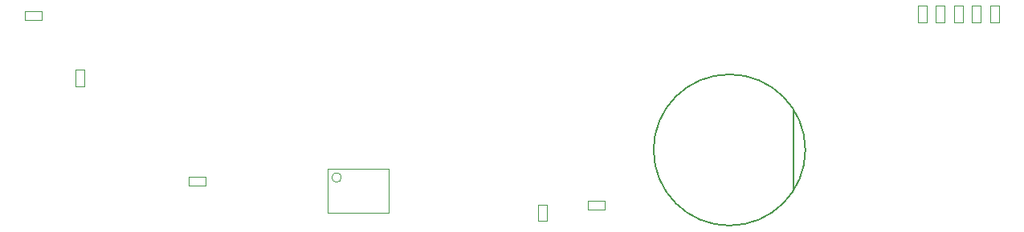
<source format=gbr>
%TF.GenerationSoftware,Altium Limited,Altium Designer,19.1.8 (144)*%
G04 Layer_Color=16711935*
%FSLAX26Y26*%
%MOIN*%
%TF.FileFunction,Other,Mechanical_13*%
%TF.Part,Single*%
G01*
G75*
%TA.AperFunction,NonConductor*%
%ADD32C,0.007874*%
%ADD59C,0.003937*%
D32*
X5824961Y4070000D02*
G03*
X5824961Y4070000I-314961J0D01*
G01*
X5775748Y3902677D02*
Y4237323D01*
D59*
X3899134Y3955118D02*
G03*
X3899134Y3955118I-19685J0D01*
G01*
X3844016Y3809449D02*
Y3990551D01*
X4095984Y3809449D02*
Y3990551D01*
X3844016D02*
X4095984D01*
X3844016Y3809449D02*
X4095984D01*
X3265551Y3958701D02*
X3334449D01*
X3265551Y3921299D02*
X3334449D01*
X3265551D02*
Y3958701D01*
X3334449Y3921299D02*
Y3958701D01*
X2585551Y4611299D02*
X2654449D01*
X2585551Y4648701D02*
X2654449D01*
Y4611299D02*
Y4648701D01*
X2585551Y4611299D02*
Y4648701D01*
X6591299Y4602126D02*
X6628701D01*
X6591299Y4671024D02*
X6628701D01*
Y4602126D02*
Y4671024D01*
X6591299Y4602126D02*
Y4671024D01*
X6516299Y4602126D02*
X6553701D01*
X6516299Y4671024D02*
X6553701D01*
Y4602126D02*
Y4671024D01*
X6516299Y4602126D02*
Y4671024D01*
X4716406Y3842107D02*
X4753808D01*
X4716406Y3773210D02*
X4753808D01*
Y3842107D01*
X4716406Y3773210D02*
Y3842107D01*
X4991351Y3821610D02*
Y3859012D01*
X4922453Y3821610D02*
Y3859012D01*
X4991351D01*
X4922453Y3821610D02*
X4991351D01*
X2794287Y4404184D02*
X2831689D01*
X2794287Y4335286D02*
X2831689D01*
Y4404184D01*
X2794287Y4335286D02*
Y4404184D01*
X6291299Y4602126D02*
Y4671024D01*
X6328701Y4602126D02*
Y4671024D01*
X6291299D02*
X6328701D01*
X6291299Y4602126D02*
X6328701D01*
X6366299D02*
Y4671024D01*
X6403701Y4602126D02*
Y4671024D01*
X6366299D02*
X6403701D01*
X6366299Y4602126D02*
X6403701D01*
X6441299D02*
Y4671024D01*
X6478701Y4602126D02*
Y4671024D01*
X6441299D02*
X6478701D01*
X6441299Y4602126D02*
X6478701D01*
%TF.MD5,5c90375f7dde7fbb2dc85e76ae374449*%
M02*

</source>
